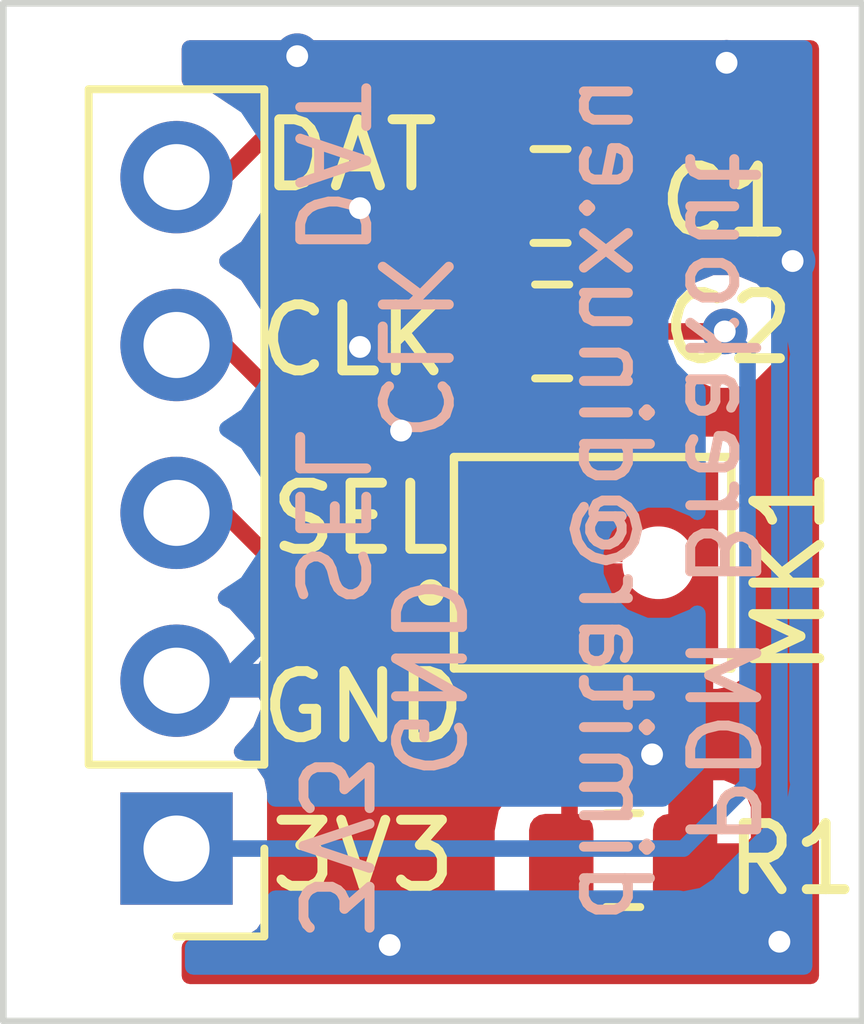
<source format=kicad_pcb>
(kicad_pcb (version 20171130) (host pcbnew 5.0.2+dfsg1-1)

  (general
    (thickness 1.6)
    (drawings 15)
    (tracks 74)
    (zones 0)
    (modules 5)
    (nets 6)
  )

  (page A4)
  (layers
    (0 F.Cu signal)
    (31 B.Cu signal)
    (32 B.Adhes user)
    (33 F.Adhes user)
    (34 B.Paste user)
    (35 F.Paste user)
    (36 B.SilkS user)
    (37 F.SilkS user)
    (38 B.Mask user)
    (39 F.Mask user)
    (40 Dwgs.User user)
    (41 Cmts.User user)
    (42 Eco1.User user)
    (43 Eco2.User user)
    (44 Edge.Cuts user)
    (45 Margin user)
    (46 B.CrtYd user)
    (47 F.CrtYd user)
    (48 B.Fab user)
    (49 F.Fab user)
  )

  (setup
    (last_trace_width 0.25)
    (trace_clearance 0.2)
    (zone_clearance 0.508)
    (zone_45_only no)
    (trace_min 0.2)
    (segment_width 0.2)
    (edge_width 0.1)
    (via_size 0.69)
    (via_drill 0.33)
    (via_min_size 0.51)
    (via_min_drill 0.3)
    (uvia_size 0.69)
    (uvia_drill 0.33)
    (uvias_allowed no)
    (uvia_min_size 0.2)
    (uvia_min_drill 0.1)
    (pcb_text_width 0.3)
    (pcb_text_size 1.5 1.5)
    (mod_edge_width 0.15)
    (mod_text_size 1 1)
    (mod_text_width 0.15)
    (pad_size 1.7 1.7)
    (pad_drill 1)
    (pad_to_mask_clearance 0)
    (solder_mask_min_width 0.25)
    (aux_axis_origin 0 0)
    (visible_elements FFFFFF7F)
    (pcbplotparams
      (layerselection 0x030ff_ffffffff)
      (usegerberextensions false)
      (usegerberattributes false)
      (usegerberadvancedattributes false)
      (creategerberjobfile false)
      (excludeedgelayer true)
      (linewidth 0.100000)
      (plotframeref false)
      (viasonmask false)
      (mode 1)
      (useauxorigin false)
      (hpglpennumber 1)
      (hpglpenspeed 20)
      (hpglpendiameter 15.000000)
      (psnegative false)
      (psa4output false)
      (plotreference true)
      (plotvalue true)
      (plotinvisibletext false)
      (padsonsilk false)
      (subtractmaskfromsilk false)
      (outputformat 1)
      (mirror false)
      (drillshape 0)
      (scaleselection 1)
      (outputdirectory "gerbers"))
  )

  (net 0 "")
  (net 1 /3V3)
  (net 2 /GND)
  (net 3 /SEL)
  (net 4 /CLK)
  (net 5 /DAT)

  (net_class Default "Това е клас на веригите при отсъствие."
    (clearance 0.2)
    (trace_width 0.25)
    (via_dia 0.69)
    (via_drill 0.33)
    (uvia_dia 0.69)
    (uvia_drill 0.33)
    (add_net /3V3)
    (add_net /CLK)
    (add_net /DAT)
    (add_net /GND)
    (add_net /SEL)
  )

  (module inmp621-footprint:MK_INMP621 (layer F.Cu) (tedit 5E0A1FE7) (tstamp 5E15A32A)
    (at 58.472543 60.965606)
    (path /5E09082C)
    (fp_text reference MK1 (at 2.977457 0.134394 270) (layer F.SilkS)
      (effects (font (size 1 1) (thickness 0.15)))
    )
    (fp_text value INMP621 (at 3.15 -0.3 -90) (layer F.Fab)
      (effects (font (size 1.001724 1.001724) (thickness 0.015)))
    )
    (fp_poly (pts (xy 0 -1.05) (xy 0 1.05) (xy 0 1.4)) (layer F.Cu) (width 0.0001))
    (fp_poly (pts (xy -0.499642 0.25) (xy -0.201 0.25) (xy -0.201 0.648837) (xy -0.499642 0.648837)) (layer F.Paste) (width 0.01))
    (fp_poly (pts (xy -1.2016 -0.65) (xy -0.901 -0.65) (xy -0.901 -0.252545) (xy -1.2016 -0.252545)) (layer F.Paste) (width 0.01))
    (fp_poly (pts (xy -0.501443 -0.65) (xy -0.201 -0.65) (xy -0.201 -0.253233) (xy -0.501443 -0.253233)) (layer F.Paste) (width 0.01))
    (fp_poly (pts (xy -1.20296 0.25) (xy -0.901 0.25) (xy -0.901 0.65014) (xy -1.20296 0.65014)) (layer F.Paste) (width 0.01))
    (fp_poly (pts (xy 1.35476 -1.349) (xy 1.849 -1.349) (xy 1.849 -1.10407) (xy 1.35476 -1.10407)) (layer F.Paste) (width 0.01))
    (fp_poly (pts (xy -1.85268 1.101) (xy -1.6 1.101) (xy -1.6 1.35169) (xy -1.85268 1.35169)) (layer F.Paste) (width 0.01))
    (fp_poly (pts (xy -1.85432 -1.349) (xy -1.6 -1.349) (xy -1.6 -1.10417) (xy -1.85432 -1.10417)) (layer F.Paste) (width 0.01))
    (fp_poly (pts (xy 0.1 -1.349) (xy 0.649 -1.349) (xy 0.649 -1.10636) (xy 0.1 -1.10636)) (layer F.Paste) (width 0.01))
    (fp_poly (pts (xy 0.1 1.101) (xy 0.649 1.101) (xy 0.649 1.35208) (xy 0.1 1.35208)) (layer F.Paste) (width 0.01))
    (fp_poly (pts (xy 1.35441 1.101) (xy 1.849 1.101) (xy 1.849 1.35241) (xy 1.35441 1.35241)) (layer F.Paste) (width 0.01))
    (fp_poly (pts (xy 0.235 -0.181) (xy 0.238141 -0.194634) (xy 0.247358 -0.227869) (xy 0.258015 -0.260671)
      (xy 0.270094 -0.292977) (xy 0.28357 -0.324725) (xy 0.298418 -0.355855) (xy 0.31461 -0.386308)
      (xy 0.332115 -0.416026) (xy 0.3509 -0.444952) (xy 0.370928 -0.47303) (xy 0.392162 -0.500209)
      (xy 0.414561 -0.526435) (xy 0.438083 -0.55166) (xy 0.462683 -0.575834) (xy 0.488314 -0.598913)
      (xy 0.514927 -0.620851) (xy 0.542472 -0.641608) (xy 0.570896 -0.661143) (xy 0.600145 -0.67942)
      (xy 0.630164 -0.696404) (xy 0.660895 -0.712062) (xy 0.692279 -0.726365) (xy 0.724257 -0.739285)
      (xy 0.756769 -0.750798) (xy 0.789752 -0.760882) (xy 0.823143 -0.769518) (xy 0.85688 -0.776689)
      (xy 0.890896 -0.782382) (xy 0.925129 -0.786585) (xy 0.959513 -0.789291) (xy 0.98 -0.79)
      (xy 0.980801 -0.790172) (xy 0.983926 -0.790776) (xy 0.987063 -0.791321) (xy 0.990208 -0.791808)
      (xy 0.993363 -0.792237) (xy 0.996525 -0.792606) (xy 0.999693 -0.792917) (xy 1.002866 -0.793168)
      (xy 1.006044 -0.793361) (xy 1.009224 -0.793494) (xy 1.012407 -0.793568) (xy 1.01559 -0.793583)
      (xy 1.018773 -0.793539) (xy 1.021954 -0.793435) (xy 1.025134 -0.793272) (xy 1.028309 -0.79305)
      (xy 1.03148 -0.792769) (xy 1.034645 -0.792429) (xy 1.037803 -0.79203) (xy 1.040954 -0.791572)
      (xy 1.044095 -0.791056) (xy 1.047226 -0.790481) (xy 1.050346 -0.789848) (xy 1.053453 -0.789158)
      (xy 1.056547 -0.788409) (xy 1.059627 -0.787603) (xy 1.062691 -0.78674) (xy 1.065738 -0.78582)
      (xy 1.068768 -0.784843) (xy 1.071779 -0.78381) (xy 1.074 -0.783) (xy 1.026 -0.586)
      (xy 1.025707 -0.586095) (xy 1.024859 -0.586349) (xy 1.024005 -0.586583) (xy 1.023146 -0.586798)
      (xy 1.022283 -0.586992) (xy 1.021415 -0.587166) (xy 1.020543 -0.587319) (xy 1.019668 -0.587453)
      (xy 1.01879 -0.587566) (xy 1.01791 -0.587658) (xy 1.017027 -0.58773) (xy 1.016144 -0.587782)
      (xy 1.015259 -0.587813) (xy 1.014374 -0.587823) (xy 1.013489 -0.587813) (xy 1.012604 -0.587782)
      (xy 1.01172 -0.58773) (xy 1.010838 -0.587658) (xy 1.009958 -0.587566) (xy 1.00908 -0.587453)
      (xy 1.008204 -0.587319) (xy 1.007333 -0.587166) (xy 1.006465 -0.586992) (xy 1.005601 -0.586798)
      (xy 1.004742 -0.586583) (xy 1.003888 -0.586349) (xy 1.00304 -0.586095) (xy 1.002199 -0.585822)
      (xy 1.001363 -0.585529) (xy 1.000535 -0.585216) (xy 1 -0.585) (xy 0.983293 -0.585309)
      (xy 0.958696 -0.584665) (xy 0.93415 -0.582949) (xy 0.909703 -0.580163) (xy 0.885401 -0.576314)
      (xy 0.861289 -0.571409) (xy 0.837415 -0.565456) (xy 0.813822 -0.558468) (xy 0.790557 -0.550457)
      (xy 0.767664 -0.54144) (xy 0.745186 -0.531432) (xy 0.723166 -0.520453) (xy 0.701645 -0.508524)
      (xy 0.680666 -0.495668) (xy 0.660267 -0.481909) (xy 0.640487 -0.467273) (xy 0.621365 -0.451788)
      (xy 0.602937 -0.435484) (xy 0.585237 -0.418392) (xy 0.5683 -0.400544) (xy 0.552157 -0.381974)
      (xy 0.53684 -0.362718) (xy 0.522377 -0.342812) (xy 0.508797 -0.322293) (xy 0.496124 -0.301203)
      (xy 0.484383 -0.279579) (xy 0.473597 -0.257464) (xy 0.463785 -0.234899) (xy 0.454967 -0.211928)
      (xy 0.44716 -0.188594) (xy 0.445 -0.181) (xy 0.235 -0.181)) (layer F.Paste) (width 0.0001))
    (fp_poly (pts (xy 0.235 0.181) (xy 0.238141 0.194634) (xy 0.247358 0.227869) (xy 0.258015 0.260671)
      (xy 0.270094 0.292977) (xy 0.28357 0.324725) (xy 0.298418 0.355855) (xy 0.31461 0.386308)
      (xy 0.332115 0.416026) (xy 0.3509 0.444952) (xy 0.370928 0.47303) (xy 0.392162 0.500209)
      (xy 0.414561 0.526435) (xy 0.438083 0.55166) (xy 0.462683 0.575834) (xy 0.488314 0.598913)
      (xy 0.514927 0.620851) (xy 0.542472 0.641608) (xy 0.570896 0.661143) (xy 0.600145 0.67942)
      (xy 0.630164 0.696404) (xy 0.660895 0.712062) (xy 0.692279 0.726365) (xy 0.724257 0.739285)
      (xy 0.756769 0.750798) (xy 0.789752 0.760882) (xy 0.823143 0.769518) (xy 0.85688 0.776689)
      (xy 0.890896 0.782382) (xy 0.925129 0.786585) (xy 0.959513 0.789291) (xy 0.98 0.79)
      (xy 0.980311 0.790113) (xy 0.981271 0.790443) (xy 0.982238 0.790754) (xy 0.98321 0.791048)
      (xy 0.984187 0.791323) (xy 0.985169 0.79158) (xy 0.986156 0.791819) (xy 0.987147 0.792039)
      (xy 0.988143 0.792241) (xy 0.989141 0.792425) (xy 0.990143 0.792589) (xy 0.991148 0.792735)
      (xy 0.992155 0.792862) (xy 0.993165 0.792971) (xy 0.994176 0.793061) (xy 0.995189 0.793131)
      (xy 0.996203 0.793183) (xy 0.997218 0.793217) (xy 0.998234 0.793231) (xy 0.999249 0.793226)
      (xy 1.000264 0.793202) (xy 1.001279 0.79316) (xy 1.002292 0.793098) (xy 1.003304 0.793018)
      (xy 1.004315 0.792919) (xy 1.005323 0.792801) (xy 1.00633 0.792665) (xy 1.007333 0.792509)
      (xy 1.008333 0.792335) (xy 1.00933 0.792143) (xy 1.01 0.792) (xy 1 0.586)
      (xy 0.999994 0.585984) (xy 0.999983 0.585952) (xy 0.999973 0.585919) (xy 0.999964 0.585887)
      (xy 0.999955 0.585854) (xy 0.999947 0.585821) (xy 0.99994 0.585787) (xy 0.999934 0.585754)
      (xy 0.999928 0.58572) (xy 0.999924 0.585687) (xy 0.99992 0.585653) (xy 0.999917 0.585619)
      (xy 0.999914 0.585585) (xy 0.999913 0.585551) (xy 0.999912 0.585517) (xy 0.999912 0.585483)
      (xy 0.999913 0.585449) (xy 0.999914 0.585415) (xy 0.999917 0.585381) (xy 0.99992 0.585347)
      (xy 0.999924 0.585313) (xy 0.999928 0.58528) (xy 0.999934 0.585246) (xy 0.99994 0.585213)
      (xy 0.999947 0.585179) (xy 0.999955 0.585146) (xy 0.999964 0.585113) (xy 0.999973 0.585081)
      (xy 0.999983 0.585048) (xy 0.999994 0.585016) (xy 1 0.585) (xy 0.983293 0.585309)
      (xy 0.958696 0.584665) (xy 0.93415 0.582949) (xy 0.909703 0.580163) (xy 0.885401 0.576314)
      (xy 0.861289 0.571409) (xy 0.837415 0.565456) (xy 0.813822 0.558468) (xy 0.790557 0.550457)
      (xy 0.767664 0.54144) (xy 0.745186 0.531432) (xy 0.723166 0.520453) (xy 0.701645 0.508524)
      (xy 0.680666 0.495668) (xy 0.660267 0.481909) (xy 0.640487 0.467273) (xy 0.621365 0.451788)
      (xy 0.602937 0.435484) (xy 0.585237 0.418392) (xy 0.5683 0.400544) (xy 0.552157 0.381974)
      (xy 0.53684 0.362718) (xy 0.522377 0.342812) (xy 0.508797 0.322293) (xy 0.496124 0.301203)
      (xy 0.484383 0.279579) (xy 0.473597 0.257464) (xy 0.463785 0.234899) (xy 0.454967 0.211928)
      (xy 0.44716 0.188594) (xy 0.445 0.181) (xy 0.235 0.181)) (layer F.Paste) (width 0.0001))
    (fp_poly (pts (xy -1.85629 -0.749) (xy -1.601 -0.749) (xy -1.601 0.75195) (xy -1.85629 0.75195)) (layer F.Paste) (width 0.01))
    (fp_poly (pts (xy -2.00656 -1.5) (xy -1.45 -1.5) (xy -1.45 1.50492) (xy -2.00656 1.50492)) (layer F.Mask) (width 0.01))
    (fp_poly (pts (xy 0 0.95) (xy 2 0.95) (xy 2 1.50594) (xy 0 1.50594)) (layer F.Mask) (width 0.01))
    (fp_poly (pts (xy 0 -1.5) (xy 2 -1.5) (xy 2 -0.953624) (xy 0 -0.953624)) (layer F.Mask) (width 0.01))
    (fp_poly (pts (xy 0.100383 -0.95) (xy 2 -0.95) (xy 2 0.953633) (xy 0.100383 0.953633)) (layer F.Mask) (width 0.01))
    (fp_line (start -2 -1.5) (end 2 -1.5) (layer F.Fab) (width 0.127))
    (fp_line (start 2 -1.5) (end 2 1.5) (layer F.Fab) (width 0.127))
    (fp_line (start 2 1.5) (end -2 1.5) (layer F.Fab) (width 0.127))
    (fp_line (start -2 1.5) (end -2 -1.5) (layer F.Fab) (width 0.127))
    (fp_circle (center -2.45 0.45) (end -2.35 0.45) (layer F.SilkS) (width 0.2))
    (fp_line (start -2.1 -1.6) (end 2.1 -1.6) (layer F.SilkS) (width 0.127))
    (fp_line (start 2.1 -1.6) (end 2.1 1.6) (layer F.SilkS) (width 0.127))
    (fp_line (start 2.1 1.6) (end -2.1 1.6) (layer F.SilkS) (width 0.127))
    (fp_line (start -2.1 1.6) (end -2.1 -1.6) (layer F.SilkS) (width 0.127))
    (fp_line (start -2.25 -1.75) (end 2.25 -1.75) (layer F.CrtYd) (width 0.05))
    (fp_line (start 2.25 -1.75) (end 2.25 1.75) (layer F.CrtYd) (width 0.05))
    (fp_line (start 2.25 1.75) (end -2.25 1.75) (layer F.CrtYd) (width 0.05))
    (fp_line (start -2.25 1.75) (end -2.25 -1.75) (layer F.CrtYd) (width 0.05))
    (fp_poly (pts (xy 1.849 -0.749) (xy 1.849 0.749) (xy 1.474 0.749) (xy 1.345 0.472)
      (xy 1.356976 0.463315) (xy 1.38571 0.439488) (xy 1.412862 0.413872) (xy 1.43832 0.386573)
      (xy 1.461979 0.357701) (xy 1.483744 0.327375) (xy 1.503525 0.29572) (xy 1.521241 0.262864)
      (xy 1.53682 0.228943) (xy 1.550198 0.194094) (xy 1.561319 0.158462) (xy 1.570139 0.122191)
      (xy 1.576621 0.085431) (xy 1.580739 0.048331) (xy 1.582476 0.011043) (xy 1.581825 -0.026279)
      (xy 1.578789 -0.063483) (xy 1.573379 -0.100416) (xy 1.565619 -0.136928) (xy 1.555539 -0.172869)
      (xy 1.543182 -0.208092) (xy 1.528597 -0.242453) (xy 1.511845 -0.27581) (xy 1.492993 -0.308028)
      (xy 1.47212 -0.338975) (xy 1.449311 -0.368523) (xy 1.424659 -0.396552) (xy 1.398264 -0.422947)
      (xy 1.370236 -0.4476) (xy 1.340688 -0.47041) (xy 1.322 -0.483) (xy 1.323 -0.484)
      (xy 1.474 -0.749) (xy 1.849 -0.749)) (layer F.Paste) (width 0.001))
    (fp_poly (pts (xy 0.15 -0.01) (xy 0.15 -0.031991) (xy 0.152302 -0.075923) (xy 0.1569 -0.119675)
      (xy 0.163782 -0.163125) (xy 0.172928 -0.206156) (xy 0.184314 -0.24865) (xy 0.197908 -0.290489)
      (xy 0.213673 -0.33156) (xy 0.231566 -0.371749) (xy 0.251538 -0.410946) (xy 0.273534 -0.449045)
      (xy 0.297494 -0.48594) (xy 0.323352 -0.521531) (xy 0.351037 -0.555719) (xy 0.380473 -0.588412)
      (xy 0.41158 -0.61952) (xy 0.444273 -0.648957) (xy 0.478461 -0.676642) (xy 0.514052 -0.7025)
      (xy 0.550947 -0.726461) (xy 0.589045 -0.748457) (xy 0.628242 -0.768429) (xy 0.668431 -0.786323)
      (xy 0.709501 -0.802088) (xy 0.751341 -0.815683) (xy 0.793834 -0.827069) (xy 0.836865 -0.836216)
      (xy 0.880315 -0.843098) (xy 0.924067 -0.847697) (xy 0.967999 -0.85) (xy 0.99 -0.85)
      (xy 1 -0.85) (xy 1.012057 -0.850013) (xy 1.026694 -0.849758) (xy 1.041324 -0.849247)
      (xy 1.055943 -0.848481) (xy 1.070547 -0.84746) (xy 1.08513 -0.846184) (xy 1.099689 -0.844654)
      (xy 1.114219 -0.842869) (xy 1.128716 -0.840832) (xy 1.143175 -0.838542) (xy 1.157592 -0.836)
      (xy 1.171962 -0.833207) (xy 1.186281 -0.830163) (xy 1.200545 -0.82687) (xy 1.21475 -0.823328)
      (xy 1.22889 -0.819539) (xy 1.242962 -0.815504) (xy 1.256962 -0.811224) (xy 1.270885 -0.8067)
      (xy 1.284726 -0.801934) (xy 1.298483 -0.796928) (xy 1.312149 -0.791681) (xy 1.325723 -0.786197)
      (xy 1.339198 -0.780477) (xy 1.352572 -0.774523) (xy 1.365839 -0.768336) (xy 1.378997 -0.761919)
      (xy 1.392041 -0.755273) (xy 1.404966 -0.7484) (xy 1.41777 -0.741303) (xy 1.42 -0.74)
      (xy 1.45 -0.74) (xy 1.45325 -0.740169) (xy 1.458725 -0.740745) (xy 1.464162 -0.741606)
      (xy 1.469547 -0.74275) (xy 1.474865 -0.744175) (xy 1.480101 -0.745876) (xy 1.48524 -0.747849)
      (xy 1.49027 -0.750088) (xy 1.495175 -0.752588) (xy 1.499943 -0.75534) (xy 1.50456 -0.758339)
      (xy 1.509014 -0.761575) (xy 1.513292 -0.765039) (xy 1.517383 -0.768723) (xy 1.521276 -0.772616)
      (xy 1.52496 -0.776707) (xy 1.528425 -0.780985) (xy 1.531661 -0.785439) (xy 1.534659 -0.790056)
      (xy 1.537412 -0.794824) (xy 1.539911 -0.799729) (xy 1.54215 -0.804758) (xy 1.544123 -0.809898)
      (xy 1.545825 -0.815134) (xy 1.547249 -0.820451) (xy 1.548394 -0.825836) (xy 1.549255 -0.831274)
      (xy 1.549831 -0.836749) (xy 1.550119 -0.842247) (xy 1.550119 -0.847752) (xy 1.55 -0.85)
      (xy 1.55 -1.05) (xy 0 -1.05) (xy 0 -1.1) (xy 0 -1.2)
      (xy 0 -1.4) (xy 1.9 -1.4) (xy 1.9 1.4) (xy 0 1.4)
      (xy 0 1.2) (xy 0 1.05) (xy 1.55 1.05) (xy 1.55 0.85)
      (xy 1.550119 0.847753) (xy 1.550119 0.842248) (xy 1.549831 0.83675) (xy 1.549255 0.831275)
      (xy 1.548394 0.825838) (xy 1.54725 0.820453) (xy 1.545825 0.815135) (xy 1.544124 0.809899)
      (xy 1.542151 0.80476) (xy 1.539912 0.79973) (xy 1.537412 0.794825) (xy 1.53466 0.790057)
      (xy 1.531661 0.78544) (xy 1.528425 0.780986) (xy 1.524961 0.776708) (xy 1.521277 0.772617)
      (xy 1.517384 0.768724) (xy 1.513293 0.76504) (xy 1.509015 0.761575) (xy 1.504561 0.758339)
      (xy 1.499944 0.755341) (xy 1.495176 0.752588) (xy 1.490271 0.750089) (xy 1.485242 0.74785)
      (xy 1.480102 0.745877) (xy 1.474866 0.744175) (xy 1.469549 0.742751) (xy 1.464164 0.741606)
      (xy 1.458726 0.740745) (xy 1.453251 0.740169) (xy 1.45 0.74) (xy 1.42 0.74)
      (xy 1.41777 0.741303) (xy 1.404967 0.7484) (xy 1.392041 0.755273) (xy 1.378997 0.761919)
      (xy 1.36584 0.768336) (xy 1.352572 0.774523) (xy 1.339199 0.780477) (xy 1.325723 0.786197)
      (xy 1.31215 0.791681) (xy 1.298483 0.796927) (xy 1.284727 0.801934) (xy 1.270885 0.8067)
      (xy 1.256962 0.811224) (xy 1.242963 0.815504) (xy 1.228891 0.819539) (xy 1.21475 0.823328)
      (xy 1.200546 0.82687) (xy 1.186282 0.830163) (xy 1.171962 0.833207) (xy 1.157592 0.836)
      (xy 1.143175 0.838542) (xy 1.128716 0.840832) (xy 1.11422 0.842869) (xy 1.09969 0.844654)
      (xy 1.085131 0.846184) (xy 1.070547 0.84746) (xy 1.055943 0.848481) (xy 1.041324 0.849247)
      (xy 1.026694 0.849758) (xy 1.012057 0.850013) (xy 1 0.85) (xy 0.99 0.85)
      (xy 0.968009 0.85) (xy 0.924077 0.847698) (xy 0.880325 0.8431) (xy 0.836875 0.836218)
      (xy 0.793844 0.827072) (xy 0.75135 0.815686) (xy 0.709511 0.802092) (xy 0.66844 0.786327)
      (xy 0.628251 0.768434) (xy 0.589054 0.748462) (xy 0.550955 0.726466) (xy 0.51406 0.702506)
      (xy 0.478469 0.676648) (xy 0.444281 0.648963) (xy 0.411588 0.619527) (xy 0.38048 0.58842)
      (xy 0.351043 0.555727) (xy 0.323358 0.521539) (xy 0.2975 0.485948) (xy 0.273539 0.449053)
      (xy 0.251543 0.410955) (xy 0.231571 0.371758) (xy 0.213677 0.331569) (xy 0.197912 0.290499)
      (xy 0.184317 0.248659) (xy 0.172931 0.206166) (xy 0.163784 0.163135) (xy 0.156902 0.119685)
      (xy 0.152303 0.075933) (xy 0.15 0.032001) (xy 0.15 0.01) (xy 0.45 0.01)
      (xy 0.45 0.024137) (xy 0.45148 0.052379) (xy 0.454436 0.080505) (xy 0.45886 0.108438)
      (xy 0.46474 0.136101) (xy 0.472059 0.163418) (xy 0.480798 0.190314) (xy 0.490933 0.216717)
      (xy 0.502436 0.242553) (xy 0.515275 0.267751) (xy 0.529415 0.292243) (xy 0.544818 0.315962)
      (xy 0.56144 0.338841) (xy 0.579238 0.36082) (xy 0.598161 0.381836) (xy 0.618159 0.401834)
      (xy 0.639175 0.420758) (xy 0.661154 0.438556) (xy 0.684033 0.455179) (xy 0.707751 0.470582)
      (xy 0.732243 0.484722) (xy 0.757441 0.497562) (xy 0.783277 0.509065) (xy 0.809679 0.5192)
      (xy 0.836576 0.527939) (xy 0.863893 0.535259) (xy 0.891556 0.541139) (xy 0.919489 0.545563)
      (xy 0.947614 0.54852) (xy 0.975856 0.55) (xy 0.99 0.55) (xy 1 0.55)
      (xy 1.014399 0.55) (xy 1.043164 0.548493) (xy 1.071811 0.545482) (xy 1.100261 0.540976)
      (xy 1.128436 0.534987) (xy 1.156259 0.527532) (xy 1.183654 0.518632) (xy 1.210545 0.508309)
      (xy 1.236859 0.496593) (xy 1.262524 0.483517) (xy 1.28747 0.469114) (xy 1.311627 0.453427)
      (xy 1.334931 0.436496) (xy 1.357316 0.418369) (xy 1.378722 0.399095) (xy 1.39909 0.378727)
      (xy 1.418364 0.357321) (xy 1.436492 0.334936) (xy 1.453423 0.311633) (xy 1.469111 0.287475)
      (xy 1.483513 0.26253) (xy 1.496591 0.236865) (xy 1.508307 0.210551) (xy 1.518629 0.18366)
      (xy 1.527531 0.156265) (xy 1.534986 0.128442) (xy 1.540975 0.100267) (xy 1.545481 0.071817)
      (xy 1.548492 0.043171) (xy 1.55 0.014406) (xy 1.55 0) (xy 1.55 -0.014399)
      (xy 1.548493 -0.043164) (xy 1.545482 -0.071811) (xy 1.540976 -0.100261) (xy 1.534987 -0.128436)
      (xy 1.527532 -0.156259) (xy 1.518632 -0.183654) (xy 1.508309 -0.210545) (xy 1.496593 -0.236859)
      (xy 1.483517 -0.262524) (xy 1.469114 -0.28747) (xy 1.453427 -0.311627) (xy 1.436496 -0.334931)
      (xy 1.418369 -0.357316) (xy 1.399095 -0.378722) (xy 1.378727 -0.39909) (xy 1.357321 -0.418364)
      (xy 1.334936 -0.436492) (xy 1.311633 -0.453423) (xy 1.287475 -0.469111) (xy 1.26253 -0.483513)
      (xy 1.236865 -0.496591) (xy 1.210551 -0.508307) (xy 1.18366 -0.518629) (xy 1.156265 -0.527531)
      (xy 1.128442 -0.534986) (xy 1.100267 -0.540975) (xy 1.071817 -0.545481) (xy 1.043171 -0.548492)
      (xy 1.014406 -0.55) (xy 1 -0.55) (xy 0.99 -0.55) (xy 0.975863 -0.55)
      (xy 0.947621 -0.54852) (xy 0.919495 -0.545564) (xy 0.891562 -0.54114) (xy 0.863899 -0.53526)
      (xy 0.836582 -0.527941) (xy 0.809686 -0.519202) (xy 0.783283 -0.509067) (xy 0.757447 -0.497564)
      (xy 0.732249 -0.484725) (xy 0.707757 -0.470585) (xy 0.684038 -0.455182) (xy 0.661159 -0.43856)
      (xy 0.63918 -0.420762) (xy 0.618164 -0.401839) (xy 0.598166 -0.381841) (xy 0.579242 -0.360825)
      (xy 0.561444 -0.338846) (xy 0.544821 -0.315967) (xy 0.529418 -0.292249) (xy 0.515278 -0.267757)
      (xy 0.502438 -0.242559) (xy 0.490935 -0.216723) (xy 0.4808 -0.190321) (xy 0.472061 -0.163424)
      (xy 0.464741 -0.136107) (xy 0.458861 -0.108444) (xy 0.454437 -0.080511) (xy 0.45148 -0.052386)
      (xy 0.45 -0.024144) (xy 0.45 -0.01) (xy 0.15 -0.01)) (layer F.Cu) (width 0.001))
    (pad 6 smd rect (at -1.74 0) (size 0.35 2.8) (layers F.Cu F.Paste F.Mask)
      (net 2 /GND))
    (pad 4 smd rect (at -0.35 -0.45) (size 0.4 0.6) (layers F.Cu F.Mask)
      (net 1 /3V3))
    (pad 2 smd rect (at -0.35 0.45) (size 0.4 0.6) (layers F.Cu F.Mask)
      (net 3 /SEL))
    (pad 5 smd rect (at -1.05 -0.45) (size 0.4 0.6) (layers F.Cu F.Mask)
      (net 5 /DAT))
    (pad 1 smd rect (at -1.05 0.45) (size 0.4 0.6) (layers F.Cu F.Mask)
      (net 4 /CLK))
    (pad 3 smd rect (at 1.7 0) (size 0.2 0.2) (layers F.Cu)
      (net 2 /GND))
    (pad None np_thru_hole circle (at 1 0) (size 0.65 0.65) (drill 0.65) (layers *.Cu *.Mask))
    (model ${KIPRJMOD}/INMP621--3DModel-STEP-56544.STEP
      (at (xyz 0 0 0))
      (scale (xyz 1 1 1))
      (rotate (xyz -90 0 0))
    )
  )

  (module Capacitor_SMD:C_0805_2012Metric (layer F.Cu) (tedit 5B36C52B) (tstamp 5E288ABF)
    (at 57.835043 55.415606 180)
    (descr "Capacitor SMD 0805 (2012 Metric), square (rectangular) end terminal, IPC_7351 nominal, (Body size source: https://docs.google.com/spreadsheets/d/1BsfQQcO9C6DZCsRaXUlFlo91Tg2WpOkGARC1WS5S8t0/edit?usp=sharing), generated with kicad-footprint-generator")
    (tags capacitor)
    (path /5E07B3DD)
    (attr smd)
    (fp_text reference C1 (at -2.6375 -0.084394 180) (layer F.SilkS)
      (effects (font (size 1 1) (thickness 0.15)))
    )
    (fp_text value 1u (at -0.7875 1.75 180) (layer F.Fab) hide
      (effects (font (size 1 1) (thickness 0.15)))
    )
    (fp_text user %R (at 0 0 180) (layer F.Fab)
      (effects (font (size 0.5 0.5) (thickness 0.08)))
    )
    (fp_line (start 1.68 0.95) (end -1.68 0.95) (layer F.CrtYd) (width 0.05))
    (fp_line (start 1.68 -0.95) (end 1.68 0.95) (layer F.CrtYd) (width 0.05))
    (fp_line (start -1.68 -0.95) (end 1.68 -0.95) (layer F.CrtYd) (width 0.05))
    (fp_line (start -1.68 0.95) (end -1.68 -0.95) (layer F.CrtYd) (width 0.05))
    (fp_line (start -0.258578 0.71) (end 0.258578 0.71) (layer F.SilkS) (width 0.12))
    (fp_line (start -0.258578 -0.71) (end 0.258578 -0.71) (layer F.SilkS) (width 0.12))
    (fp_line (start 1 0.6) (end -1 0.6) (layer F.Fab) (width 0.1))
    (fp_line (start 1 -0.6) (end 1 0.6) (layer F.Fab) (width 0.1))
    (fp_line (start -1 -0.6) (end 1 -0.6) (layer F.Fab) (width 0.1))
    (fp_line (start -1 0.6) (end -1 -0.6) (layer F.Fab) (width 0.1))
    (pad 2 smd roundrect (at 0.9375 0 180) (size 0.975 1.4) (layers F.Cu F.Paste F.Mask) (roundrect_rratio 0.25)
      (net 2 /GND))
    (pad 1 smd roundrect (at -0.9375 0 180) (size 0.975 1.4) (layers F.Cu F.Paste F.Mask) (roundrect_rratio 0.25)
      (net 1 /3V3))
    (model ${KISYS3DMOD}/Capacitor_SMD.3dshapes/C_0805_2012Metric.wrl
      (at (xyz 0 0 0))
      (scale (xyz 1 1 1))
      (rotate (xyz 0 0 0))
    )
  )

  (module Capacitor_SMD:C_0805_2012Metric (layer F.Cu) (tedit 5B36C52B) (tstamp 5E0A1B8C)
    (at 57.860043 57.465606 180)
    (descr "Capacitor SMD 0805 (2012 Metric), square (rectangular) end terminal, IPC_7351 nominal, (Body size source: https://docs.google.com/spreadsheets/d/1BsfQQcO9C6DZCsRaXUlFlo91Tg2WpOkGARC1WS5S8t0/edit?usp=sharing), generated with kicad-footprint-generator")
    (tags capacitor)
    (path /5E07B443)
    (attr smd)
    (fp_text reference C2 (at -2.6625 0.05 180) (layer F.SilkS)
      (effects (font (size 1 1) (thickness 0.15)))
    )
    (fp_text value 100n (at 0 1.65 180) (layer F.Fab) hide
      (effects (font (size 1 1) (thickness 0.15)))
    )
    (fp_text user %R (at 0 0 180) (layer F.Fab)
      (effects (font (size 0.5 0.5) (thickness 0.08)))
    )
    (fp_line (start 1.68 0.95) (end -1.68 0.95) (layer F.CrtYd) (width 0.05))
    (fp_line (start 1.68 -0.95) (end 1.68 0.95) (layer F.CrtYd) (width 0.05))
    (fp_line (start -1.68 -0.95) (end 1.68 -0.95) (layer F.CrtYd) (width 0.05))
    (fp_line (start -1.68 0.95) (end -1.68 -0.95) (layer F.CrtYd) (width 0.05))
    (fp_line (start -0.258578 0.71) (end 0.258578 0.71) (layer F.SilkS) (width 0.12))
    (fp_line (start -0.258578 -0.71) (end 0.258578 -0.71) (layer F.SilkS) (width 0.12))
    (fp_line (start 1 0.6) (end -1 0.6) (layer F.Fab) (width 0.1))
    (fp_line (start 1 -0.6) (end 1 0.6) (layer F.Fab) (width 0.1))
    (fp_line (start -1 -0.6) (end 1 -0.6) (layer F.Fab) (width 0.1))
    (fp_line (start -1 0.6) (end -1 -0.6) (layer F.Fab) (width 0.1))
    (pad 2 smd roundrect (at 0.9375 0 180) (size 0.975 1.4) (layers F.Cu F.Paste F.Mask) (roundrect_rratio 0.25)
      (net 2 /GND))
    (pad 1 smd roundrect (at -0.9375 0 180) (size 0.975 1.4) (layers F.Cu F.Paste F.Mask) (roundrect_rratio 0.25)
      (net 1 /3V3))
    (model ${KISYS3DMOD}/Capacitor_SMD.3dshapes/C_0805_2012Metric.wrl
      (at (xyz 0 0 0))
      (scale (xyz 1 1 1))
      (rotate (xyz 0 0 0))
    )
  )

  (module Connector_PinHeader_2.54mm:PinHeader_1x05_P2.54mm_Vertical (layer F.Cu) (tedit 59FED5CC) (tstamp 5E0A1861)
    (at 52.172543 65.290605 180)
    (descr "Through hole straight pin header, 1x05, 2.54mm pitch, single row")
    (tags "Through hole pin header THT 1x05 2.54mm single row")
    (path /5E07B4D3)
    (fp_text reference J1 (at 0 -2.33 180) (layer F.SilkS) hide
      (effects (font (size 1 1) (thickness 0.15)))
    )
    (fp_text value Conn_01x05 (at 0 12.49 180) (layer F.Fab) hide
      (effects (font (size 1 1) (thickness 0.15)))
    )
    (fp_text user %R (at 0 5.08 270) (layer F.Fab)
      (effects (font (size 1 1) (thickness 0.15)))
    )
    (fp_line (start 1.8 -1.8) (end -1.8 -1.8) (layer F.CrtYd) (width 0.05))
    (fp_line (start 1.8 11.95) (end 1.8 -1.8) (layer F.CrtYd) (width 0.05))
    (fp_line (start -1.8 11.95) (end 1.8 11.95) (layer F.CrtYd) (width 0.05))
    (fp_line (start -1.8 -1.8) (end -1.8 11.95) (layer F.CrtYd) (width 0.05))
    (fp_line (start -1.33 -1.33) (end 0 -1.33) (layer F.SilkS) (width 0.12))
    (fp_line (start -1.33 0) (end -1.33 -1.33) (layer F.SilkS) (width 0.12))
    (fp_line (start -1.33 1.27) (end 1.33 1.27) (layer F.SilkS) (width 0.12))
    (fp_line (start 1.33 1.27) (end 1.33 11.49) (layer F.SilkS) (width 0.12))
    (fp_line (start -1.33 1.27) (end -1.33 11.49) (layer F.SilkS) (width 0.12))
    (fp_line (start -1.33 11.49) (end 1.33 11.49) (layer F.SilkS) (width 0.12))
    (fp_line (start -1.27 -0.635) (end -0.635 -1.27) (layer F.Fab) (width 0.1))
    (fp_line (start -1.27 11.43) (end -1.27 -0.635) (layer F.Fab) (width 0.1))
    (fp_line (start 1.27 11.43) (end -1.27 11.43) (layer F.Fab) (width 0.1))
    (fp_line (start 1.27 -1.27) (end 1.27 11.43) (layer F.Fab) (width 0.1))
    (fp_line (start -0.635 -1.27) (end 1.27 -1.27) (layer F.Fab) (width 0.1))
    (pad 5 thru_hole oval (at 0 10.16 180) (size 1.7 1.7) (drill 1) (layers *.Cu *.Mask)
      (net 5 /DAT))
    (pad 4 thru_hole oval (at 0 7.62 180) (size 1.7 1.7) (drill 1) (layers *.Cu *.Mask)
      (net 4 /CLK))
    (pad 3 thru_hole oval (at 0 5.08 180) (size 1.7 1.7) (drill 1) (layers *.Cu *.Mask)
      (net 3 /SEL))
    (pad 2 thru_hole oval (at 0 2.54 180) (size 1.7 1.7) (drill 1) (layers *.Cu *.Mask)
      (net 2 /GND))
    (pad 1 thru_hole rect (at 0 0 180) (size 1.7 1.7) (drill 1) (layers *.Cu *.Mask)
      (net 1 /3V3))
    (model ${KISYS3DMOD}/Connector_PinHeader_2.54mm.3dshapes/PinHeader_1x05_P2.54mm_Vertical.wrl
      (at (xyz 0 0 0))
      (scale (xyz 1 1 1))
      (rotate (xyz 0 0 0))
    )
  )

  (module Resistor_SMD:R_0805_2012Metric (layer F.Cu) (tedit 5B36C52B) (tstamp 5E0A1A7C)
    (at 58.935043 65.465606)
    (descr "Resistor SMD 0805 (2012 Metric), square (rectangular) end terminal, IPC_7351 nominal, (Body size source: https://docs.google.com/spreadsheets/d/1BsfQQcO9C6DZCsRaXUlFlo91Tg2WpOkGARC1WS5S8t0/edit?usp=sharing), generated with kicad-footprint-generator")
    (tags resistor)
    (path /5E07B5D2)
    (attr smd)
    (fp_text reference R1 (at 2.564957 -0.015606) (layer F.SilkS)
      (effects (font (size 1 1) (thickness 0.15)))
    )
    (fp_text value NC (at 0 1.65) (layer F.Fab) hide
      (effects (font (size 1 1) (thickness 0.15)))
    )
    (fp_text user %R (at 0 0) (layer F.Fab)
      (effects (font (size 0.5 0.5) (thickness 0.08)))
    )
    (fp_line (start 1.68 0.95) (end -1.68 0.95) (layer F.CrtYd) (width 0.05))
    (fp_line (start 1.68 -0.95) (end 1.68 0.95) (layer F.CrtYd) (width 0.05))
    (fp_line (start -1.68 -0.95) (end 1.68 -0.95) (layer F.CrtYd) (width 0.05))
    (fp_line (start -1.68 0.95) (end -1.68 -0.95) (layer F.CrtYd) (width 0.05))
    (fp_line (start -0.258578 0.71) (end 0.258578 0.71) (layer F.SilkS) (width 0.12))
    (fp_line (start -0.258578 -0.71) (end 0.258578 -0.71) (layer F.SilkS) (width 0.12))
    (fp_line (start 1 0.6) (end -1 0.6) (layer F.Fab) (width 0.1))
    (fp_line (start 1 -0.6) (end 1 0.6) (layer F.Fab) (width 0.1))
    (fp_line (start -1 -0.6) (end 1 -0.6) (layer F.Fab) (width 0.1))
    (fp_line (start -1 0.6) (end -1 -0.6) (layer F.Fab) (width 0.1))
    (pad 2 smd roundrect (at 0.9375 0) (size 0.975 1.4) (layers F.Cu F.Paste F.Mask) (roundrect_rratio 0.25)
      (net 2 /GND))
    (pad 1 smd roundrect (at -0.9375 0) (size 0.975 1.4) (layers F.Cu F.Paste F.Mask) (roundrect_rratio 0.25)
      (net 3 /SEL))
    (model ${KISYS3DMOD}/Resistor_SMD.3dshapes/R_0805_2012Metric.wrl
      (at (xyz 0 0 0))
      (scale (xyz 1 1 1))
      (rotate (xyz 0 0 0))
    )
  )

  (gr_text "PDM Breakout\ndimitar@dinux.eu" (at 59.6 60 270) (layer B.SilkS)
    (effects (font (size 1 1) (thickness 0.15)) (justify mirror))
  )
  (gr_text 3V3 (at 54.55 65.25 270) (layer B.SilkS) (tstamp 5E0A26D6)
    (effects (font (size 1 1) (thickness 0.15)) (justify mirror))
  )
  (gr_text GND (at 55.95 62.7 270) (layer B.SilkS) (tstamp 5E0A26D6)
    (effects (font (size 1 1) (thickness 0.15)) (justify mirror))
  )
  (gr_text SEL (at 54.5 60.3 270) (layer B.SilkS) (tstamp 5E0A26D6)
    (effects (font (size 1 1) (thickness 0.15)) (justify mirror))
  )
  (gr_text CLK (at 55.75 57.7 270) (layer B.SilkS) (tstamp 5E0A27B9)
    (effects (font (size 1 1) (thickness 0.15)) (justify mirror))
  )
  (gr_text DAT (at 54.5 55 270) (layer B.SilkS) (tstamp 5E0A26DE)
    (effects (font (size 1 1) (thickness 0.15)) (justify mirror))
  )
  (gr_text DAT (at 54.8 54.8) (layer F.SilkS) (tstamp 5E288702)
    (effects (font (size 1 1) (thickness 0.15)))
  )
  (gr_text CLK (at 54.85 57.6) (layer F.SilkS) (tstamp 5E0A1F72)
    (effects (font (size 1 1) (thickness 0.15)))
  )
  (gr_text SEL (at 54.95 60.3) (layer F.SilkS) (tstamp 5E0A1F72)
    (effects (font (size 1 1) (thickness 0.15)))
  )
  (gr_text GND (at 55 63.15) (layer F.SilkS) (tstamp 5E0A1F72)
    (effects (font (size 1 1) (thickness 0.15)))
  )
  (gr_line (start 49.55 67.9) (end 49.55 52.5) (layer Edge.Cuts) (width 0.1))
  (gr_line (start 62.55 67.9) (end 49.55 67.9) (layer Edge.Cuts) (width 0.1))
  (gr_line (start 62.55 52.5) (end 62.55 67.9) (layer Edge.Cuts) (width 0.1))
  (gr_line (start 49.55 52.5) (end 62.55 52.5) (layer Edge.Cuts) (width 0.1))
  (gr_text 3V3 (at 55 65.4) (layer F.SilkS)
    (effects (font (size 1 1) (thickness 0.15)))
  )

  (segment (start 58.122543 60.515606) (end 58.122543 58.965606) (width 0.25) (layer F.Cu) (net 1))
  (segment (start 58.797543 58.290606) (end 58.797543 57.465606) (width 0.25) (layer F.Cu) (net 1))
  (segment (start 58.122543 58.965606) (end 58.797543 58.290606) (width 0.25) (layer F.Cu) (net 1))
  (segment (start 58.797543 55.440606) (end 58.772543 55.415606) (width 0.25) (layer F.Cu) (net 1))
  (segment (start 58.797543 57.465606) (end 58.797543 55.440606) (width 0.25) (layer F.Cu) (net 1))
  (via (at 60.472543 57.465606) (size 0.69) (drill 0.33) (layers F.Cu B.Cu) (net 1))
  (segment (start 58.797543 57.465606) (end 60.472543 57.465606) (width 0.25) (layer F.Cu) (net 1))
  (segment (start 60.817542 57.810605) (end 60.817542 64.320607) (width 0.25) (layer B.Cu) (net 1))
  (segment (start 60.472543 57.465606) (end 60.817542 57.810605) (width 0.25) (layer B.Cu) (net 1))
  (segment (start 59.847544 65.290605) (end 52.897544 65.290605) (width 0.25) (layer B.Cu) (net 1))
  (segment (start 60.817542 64.320607) (end 59.847544 65.290605) (width 0.25) (layer B.Cu) (net 1))
  (segment (start 60.172543 65.165606) (end 59.872543 65.465606) (width 0.25) (layer F.Cu) (net 2))
  (via (at 55.572543 58.965606) (size 0.69) (drill 0.33) (layers F.Cu B.Cu) (net 2))
  (segment (start 56.732543 60.965606) (end 56.732543 59.740606) (width 0.25) (layer F.Cu) (net 2))
  (segment (start 55.957543 58.965606) (end 55.572543 58.965606) (width 0.25) (layer F.Cu) (net 2))
  (segment (start 56.732543 59.740606) (end 55.957543 58.965606) (width 0.25) (layer F.Cu) (net 2))
  (segment (start 55.572543 60.075606) (end 52.897544 62.750605) (width 0.25) (layer B.Cu) (net 2))
  (segment (start 56.922543 55.440606) (end 56.897543 55.415606) (width 0.25) (layer F.Cu) (net 2))
  (segment (start 56.922543 57.465606) (end 56.922543 55.440606) (width 0.25) (layer F.Cu) (net 2))
  (segment (start 56.732543 57.655606) (end 56.922543 57.465606) (width 0.25) (layer F.Cu) (net 2))
  (segment (start 56.732543 60.965606) (end 56.732543 57.655606) (width 0.25) (layer F.Cu) (net 2))
  (segment (start 55.572543 58.965606) (end 55.572543 59.515606) (width 0.25) (layer B.Cu) (net 2))
  (via (at 59.372543 63.865606) (size 0.69) (drill 0.33) (layers F.Cu B.Cu) (net 2))
  (segment (start 55.572543 60.065606) (end 59.372543 63.865606) (width 0.25) (layer B.Cu) (net 2))
  (segment (start 55.572543 59.915606) (end 55.572543 60.075606) (width 0.25) (layer B.Cu) (net 2))
  (segment (start 55.572543 59.915606) (end 55.572543 60.065606) (width 0.25) (layer B.Cu) (net 2))
  (segment (start 55.572543 59.515606) (end 55.572543 59.915606) (width 0.25) (layer B.Cu) (net 2))
  (segment (start 60.122543 63.865606) (end 60.172543 63.915606) (width 0.25) (layer F.Cu) (net 2))
  (segment (start 59.372543 63.865606) (end 60.122543 63.865606) (width 0.25) (layer F.Cu) (net 2))
  (segment (start 60.172543 60.965606) (end 60.172543 63.915606) (width 0.25) (layer F.Cu) (net 2))
  (segment (start 60.172543 63.915606) (end 60.172543 65.165606) (width 0.25) (layer F.Cu) (net 2))
  (via (at 54.95 57.7) (size 0.69) (drill 0.33) (layers F.Cu B.Cu) (net 2))
  (segment (start 55.572543 58.965606) (end 55.572543 58.322543) (width 0.25) (layer F.Cu) (net 2))
  (segment (start 55.572543 58.322543) (end 54.95 57.7) (width 0.25) (layer F.Cu) (net 2))
  (via (at 54.95 55.6) (size 0.69) (drill 0.33) (layers F.Cu B.Cu) (net 2))
  (segment (start 54.95 57.7) (end 54.95 55.6) (width 0.25) (layer B.Cu) (net 2))
  (segment (start 56.713149 55.6) (end 56.897543 55.415606) (width 0.25) (layer F.Cu) (net 2))
  (segment (start 54.95 55.6) (end 56.713149 55.6) (width 0.25) (layer F.Cu) (net 2))
  (segment (start 59.872543 65.465606) (end 60.065606 65.465606) (width 0.25) (layer F.Cu) (net 2))
  (via (at 61.3 66.7) (size 0.69) (drill 0.33) (layers F.Cu B.Cu) (net 2))
  (segment (start 60.065606 65.465606) (end 61.3 66.7) (width 0.25) (layer F.Cu) (net 2))
  (segment (start 61.3 66.7) (end 61.3 55.8) (width 0.25) (layer B.Cu) (net 2))
  (segment (start 61.3 55.8) (end 61.05 55.55) (width 0.25) (layer B.Cu) (net 2))
  (via (at 61.5 56.4) (size 0.69) (drill 0.33) (layers F.Cu B.Cu) (net 2) (tstamp 5E288A94))
  (segment (start 61.05 55.55) (end 61 55.55) (width 0.25) (layer B.Cu) (net 2))
  (segment (start 61 55.55) (end 61 53.75) (width 0.25) (layer F.Cu) (net 2))
  (via (at 60.5 53.4) (size 0.69) (drill 0.33) (layers F.Cu B.Cu) (net 2))
  (segment (start 61 53.75) (end 60.65 53.4) (width 0.25) (layer F.Cu) (net 2))
  (segment (start 60.65 53.4) (end 60.5 53.4) (width 0.25) (layer F.Cu) (net 2))
  (via (at 54 53.3) (size 0.69) (drill 0.33) (layers F.Cu B.Cu) (net 2))
  (segment (start 60.5 53.4) (end 54.1 53.4) (width 0.25) (layer B.Cu) (net 2))
  (segment (start 54.1 53.4) (end 54 53.3) (width 0.25) (layer B.Cu) (net 2))
  (via (at 55.4 66.75) (size 0.69) (drill 0.33) (layers F.Cu B.Cu) (net 2))
  (segment (start 61.3 66.7) (end 55.45 66.7) (width 0.25) (layer F.Cu) (net 2))
  (segment (start 55.45 66.7) (end 55.4 66.75) (width 0.25) (layer F.Cu) (net 2))
  (segment (start 58.122543 65.340606) (end 57.997543 65.465606) (width 0.25) (layer F.Cu) (net 3))
  (segment (start 58.122543 61.415606) (end 58.122543 65.340606) (width 0.25) (layer F.Cu) (net 3))
  (segment (start 58.122543 62.372018) (end 57.128955 63.365606) (width 0.25) (layer F.Cu) (net 3))
  (segment (start 58.122543 61.415606) (end 58.122543 62.372018) (width 0.25) (layer F.Cu) (net 3))
  (segment (start 56.052545 63.365606) (end 55.272543 62.585604) (width 0.25) (layer F.Cu) (net 3))
  (segment (start 57.128955 63.365606) (end 56.052545 63.365606) (width 0.25) (layer F.Cu) (net 3))
  (segment (start 55.272543 62.585604) (end 52.897544 60.210605) (width 0.25) (layer F.Cu) (net 3))
  (segment (start 57.422543 62.435608) (end 56.942555 62.915596) (width 0.25) (layer F.Cu) (net 4))
  (segment (start 57.422543 61.415606) (end 57.422543 62.435608) (width 0.25) (layer F.Cu) (net 4))
  (segment (start 56.522531 62.915596) (end 55.522543 61.915608) (width 0.25) (layer F.Cu) (net 4))
  (segment (start 56.942555 62.915596) (end 56.522531 62.915596) (width 0.25) (layer F.Cu) (net 4))
  (segment (start 55.522543 60.295604) (end 52.897544 57.670605) (width 0.25) (layer F.Cu) (net 4))
  (segment (start 55.522543 61.915608) (end 55.522543 60.295604) (width 0.25) (layer F.Cu) (net 4))
  (segment (start 53.747543 54.280606) (end 52.897544 55.130605) (width 0.25) (layer F.Cu) (net 5))
  (segment (start 57.337543 54.280606) (end 53.747543 54.280606) (width 0.25) (layer F.Cu) (net 5))
  (segment (start 57.960033 54.903096) (end 57.337543 54.280606) (width 0.25) (layer F.Cu) (net 5))
  (segment (start 57.422543 58.815606) (end 57.960033 58.278116) (width 0.25) (layer F.Cu) (net 5))
  (segment (start 57.960033 58.278116) (end 57.960033 54.903096) (width 0.25) (layer F.Cu) (net 5))
  (segment (start 57.422543 60.515606) (end 57.422543 58.815606) (width 0.25) (layer F.Cu) (net 5))

  (zone (net 2) (net_name /GND) (layer F.Cu) (tstamp 0) (hatch edge 0.508)
    (connect_pads (clearance 0.508))
    (min_thickness 0.254)
    (fill yes (arc_segments 16) (thermal_gap 0.508) (thermal_bridge_width 0.508))
    (polygon
      (pts
        (xy 52.2 52.85) (xy 61.9 52.85) (xy 61.9 67.35) (xy 52.25 67.35) (xy 52.25 53.05)
      )
    )
    (filled_polygon
      (pts
        (xy 61.773 67.215) (xy 52.377 67.215) (xy 52.377 66.788045) (xy 53.022543 66.788045) (xy 53.270308 66.738762)
        (xy 53.480352 66.598414) (xy 53.6207 66.38837) (xy 53.669983 66.140605) (xy 53.669983 64.440605) (xy 53.6207 64.19284)
        (xy 53.480352 63.982796) (xy 53.270308 63.842448) (xy 53.166835 63.821866) (xy 53.444188 63.517529) (xy 53.614019 63.107495)
        (xy 53.492698 62.877605) (xy 52.377 62.877605) (xy 52.377 62.623605) (xy 53.492698 62.623605) (xy 53.614019 62.393715)
        (xy 53.444188 61.983681) (xy 53.053901 61.555422) (xy 52.924065 61.494448) (xy 53.033478 61.42134) (xy 54.78807 63.175933)
        (xy 55.462218 63.850081) (xy 55.504616 63.913535) (xy 55.568069 63.955933) (xy 55.568071 63.955935) (xy 55.608272 63.982796)
        (xy 55.756008 64.08151) (xy 55.977693 64.125606) (xy 55.977697 64.125606) (xy 56.052544 64.140494) (xy 56.127391 64.125606)
        (xy 57.054108 64.125606) (xy 57.128955 64.140494) (xy 57.203802 64.125606) (xy 57.203807 64.125606) (xy 57.362544 64.094031)
        (xy 57.362544 64.21955) (xy 57.123627 64.37919) (xy 56.930441 64.668312) (xy 56.862603 65.009356) (xy 56.862603 65.921856)
        (xy 56.930441 66.2629) (xy 57.123627 66.552022) (xy 57.412749 66.745208) (xy 57.753793 66.813046) (xy 58.241293 66.813046)
        (xy 58.582337 66.745208) (xy 58.871459 66.552022) (xy 58.87225 66.550839) (xy 59.025345 66.703933) (xy 59.258734 66.800606)
        (xy 59.586793 66.800606) (xy 59.745543 66.641856) (xy 59.745543 65.592606) (xy 59.999543 65.592606) (xy 59.999543 66.641856)
        (xy 60.158293 66.800606) (xy 60.486352 66.800606) (xy 60.719741 66.703933) (xy 60.89837 66.525305) (xy 60.995043 66.291916)
        (xy 60.995043 65.751356) (xy 60.836293 65.592606) (xy 59.999543 65.592606) (xy 59.745543 65.592606) (xy 59.725543 65.592606)
        (xy 59.725543 65.338606) (xy 59.745543 65.338606) (xy 59.745543 64.289356) (xy 59.999543 64.289356) (xy 59.999543 65.338606)
        (xy 60.836293 65.338606) (xy 60.995043 65.179856) (xy 60.995043 64.639296) (xy 60.89837 64.405907) (xy 60.719741 64.227279)
        (xy 60.486352 64.130606) (xy 60.158293 64.130606) (xy 59.999543 64.289356) (xy 59.745543 64.289356) (xy 59.586793 64.130606)
        (xy 59.258734 64.130606) (xy 59.025345 64.227279) (xy 58.882543 64.37008) (xy 58.882543 63.001106) (xy 60.372543 63.001106)
        (xy 60.615738 62.952731) (xy 60.821909 62.814972) (xy 60.959668 62.608801) (xy 61.008043 62.365606) (xy 61.008043 59.565606)
        (xy 60.959668 59.322411) (xy 60.821909 59.11624) (xy 60.615738 58.978481) (xy 60.372543 58.930106) (xy 59.232845 58.930106)
        (xy 59.282016 58.880935) (xy 59.345472 58.838535) (xy 59.428394 58.714434) (xy 59.671459 58.552022) (xy 59.864645 58.2629)
        (xy 59.867841 58.246833) (xy 59.917418 58.29641) (xy 60.277609 58.445606) (xy 60.667477 58.445606) (xy 61.027668 58.29641)
        (xy 61.303347 58.020731) (xy 61.452543 57.66054) (xy 61.452543 57.270672) (xy 61.303347 56.910481) (xy 61.027668 56.634802)
        (xy 60.667477 56.485606) (xy 60.277609 56.485606) (xy 59.917418 56.634802) (xy 59.867841 56.684379) (xy 59.864645 56.668312)
        (xy 59.699996 56.421899) (xy 59.839645 56.2129) (xy 59.907483 55.871856) (xy 59.907483 54.959356) (xy 59.839645 54.618312)
        (xy 59.646459 54.32919) (xy 59.357337 54.136004) (xy 59.016293 54.068166) (xy 58.528793 54.068166) (xy 58.254471 54.122732)
        (xy 57.927874 53.796136) (xy 57.885472 53.732677) (xy 57.63408 53.564702) (xy 57.412395 53.520606) (xy 57.41239 53.520606)
        (xy 57.337543 53.505718) (xy 57.262696 53.520606) (xy 53.822389 53.520606) (xy 53.747542 53.505718) (xy 53.672695 53.520606)
        (xy 53.672691 53.520606) (xy 53.451006 53.564702) (xy 53.199614 53.732677) (xy 53.157214 53.796133) (xy 53.033478 53.919869)
        (xy 52.751961 53.731766) (xy 52.377 53.657182) (xy 52.377 53.185) (xy 61.773 53.185)
      )
    )
    (filled_polygon
      (pts
        (xy 56.60494 60.965606) (xy 56.585543 61.063121) (xy 56.585543 60.868091)
      )
    )
    (filled_polygon
      (pts
        (xy 55.775043 55.129856) (xy 55.933793 55.288606) (xy 56.770543 55.288606) (xy 56.770543 55.268606) (xy 57.024543 55.268606)
        (xy 57.024543 55.288606) (xy 57.044543 55.288606) (xy 57.044543 55.542606) (xy 57.024543 55.542606) (xy 57.024543 56.591856)
        (xy 57.049543 56.616856) (xy 57.049543 57.338606) (xy 57.069543 57.338606) (xy 57.069543 57.592606) (xy 57.049543 57.592606)
        (xy 57.049543 57.612606) (xy 56.795543 57.612606) (xy 56.795543 57.592606) (xy 55.958793 57.592606) (xy 55.800043 57.751356)
        (xy 55.800043 58.291916) (xy 55.896716 58.525305) (xy 56.075345 58.703933) (xy 56.308734 58.800606) (xy 56.636793 58.800606)
        (xy 56.654077 58.783322) (xy 56.647655 58.815606) (xy 56.662544 58.890457) (xy 56.662544 58.930606) (xy 56.605541 58.930606)
        (xy 56.605541 59.049854) (xy 56.486293 58.930606) (xy 56.431234 58.930606) (xy 56.197845 59.027279) (xy 56.019216 59.205907)
        (xy 55.922543 59.439296) (xy 55.922543 59.620802) (xy 53.615693 57.313953) (xy 53.571382 57.091187) (xy 53.243168 56.59998)
        (xy 52.944782 56.400605) (xy 53.243168 56.20123) (xy 53.571382 55.710023) (xy 53.573105 55.701356) (xy 55.775043 55.701356)
        (xy 55.775043 56.241916) (xy 55.869843 56.470784) (xy 55.800043 56.639296) (xy 55.800043 57.179856) (xy 55.958793 57.338606)
        (xy 56.795543 57.338606) (xy 56.795543 56.289356) (xy 56.770543 56.264356) (xy 56.770543 55.542606) (xy 55.933793 55.542606)
        (xy 55.775043 55.701356) (xy 53.573105 55.701356) (xy 53.615693 55.487258) (xy 54.062345 55.040606) (xy 55.775043 55.040606)
      )
    )
  )
  (zone (net 2) (net_name /GND) (layer B.Cu) (tstamp 0) (hatch edge 0.508)
    (connect_pads (clearance 0.508))
    (min_thickness 0.254)
    (fill yes (arc_segments 16) (thermal_gap 0.508) (thermal_bridge_width 0.508))
    (polygon
      (pts
        (xy 52.25 53.05) (xy 61.8 53.05) (xy 61.8 67.2) (xy 52.3 67.2)
      )
    )
    (filled_polygon
      (pts
        (xy 61.673 67.073) (xy 52.426552 67.073) (xy 52.425545 66.788045) (xy 53.022543 66.788045) (xy 53.270308 66.738762)
        (xy 53.480352 66.598414) (xy 53.6207 66.38837) (xy 53.669983 66.140605) (xy 53.669983 66.050605) (xy 59.772697 66.050605)
        (xy 59.847544 66.065493) (xy 59.922391 66.050605) (xy 59.922396 66.050605) (xy 60.144081 66.006509) (xy 60.395473 65.838534)
        (xy 60.437875 65.775076) (xy 61.302017 64.910934) (xy 61.365471 64.868536) (xy 61.407869 64.805083) (xy 61.407871 64.805081)
        (xy 61.533445 64.617145) (xy 61.533446 64.617144) (xy 61.577542 64.395459) (xy 61.577542 64.395455) (xy 61.59243 64.320608)
        (xy 61.577542 64.245761) (xy 61.577542 57.885451) (xy 61.59243 57.810604) (xy 61.577542 57.735757) (xy 61.577542 57.735753)
        (xy 61.533446 57.514068) (xy 61.452543 57.392988) (xy 61.452543 57.270672) (xy 61.303347 56.910481) (xy 61.027668 56.634802)
        (xy 60.667477 56.485606) (xy 60.277609 56.485606) (xy 59.917418 56.634802) (xy 59.641739 56.910481) (xy 59.492543 57.270672)
        (xy 59.492543 57.66054) (xy 59.641739 58.020731) (xy 59.917418 58.29641) (xy 60.057542 58.354451) (xy 60.057542 60.192959)
        (xy 60.01634 60.151757) (xy 59.663499 60.005606) (xy 59.281587 60.005606) (xy 58.928746 60.151757) (xy 58.658694 60.421809)
        (xy 58.512543 60.77465) (xy 58.512543 61.156562) (xy 58.658694 61.509403) (xy 58.928746 61.779455) (xy 59.281587 61.925606)
        (xy 59.663499 61.925606) (xy 60.01634 61.779455) (xy 60.057543 61.738252) (xy 60.057543 64.005804) (xy 59.532742 64.530605)
        (xy 53.669983 64.530605) (xy 53.669983 64.440605) (xy 53.6207 64.19284) (xy 53.480352 63.982796) (xy 53.270308 63.842448)
        (xy 53.166835 63.821866) (xy 53.444188 63.517529) (xy 53.614019 63.107495) (xy 53.492698 62.877605) (xy 52.411727 62.877605)
        (xy 52.41083 62.623605) (xy 53.492698 62.623605) (xy 53.614019 62.393715) (xy 53.444188 61.983681) (xy 53.053901 61.555422)
        (xy 52.924065 61.494448) (xy 53.243168 61.28123) (xy 53.571382 60.790023) (xy 53.686635 60.210605) (xy 53.571382 59.631187)
        (xy 53.243168 59.13998) (xy 52.944782 58.940605) (xy 53.243168 58.74123) (xy 53.571382 58.250023) (xy 53.686635 57.670605)
        (xy 53.571382 57.091187) (xy 53.243168 56.59998) (xy 52.944782 56.400605) (xy 53.243168 56.20123) (xy 53.571382 55.710023)
        (xy 53.686635 55.130605) (xy 53.571382 54.551187) (xy 53.243168 54.05998) (xy 52.751961 53.731766) (xy 52.379147 53.657609)
        (xy 52.377477 53.185) (xy 61.673 53.185)
      )
    )
  )
)

</source>
